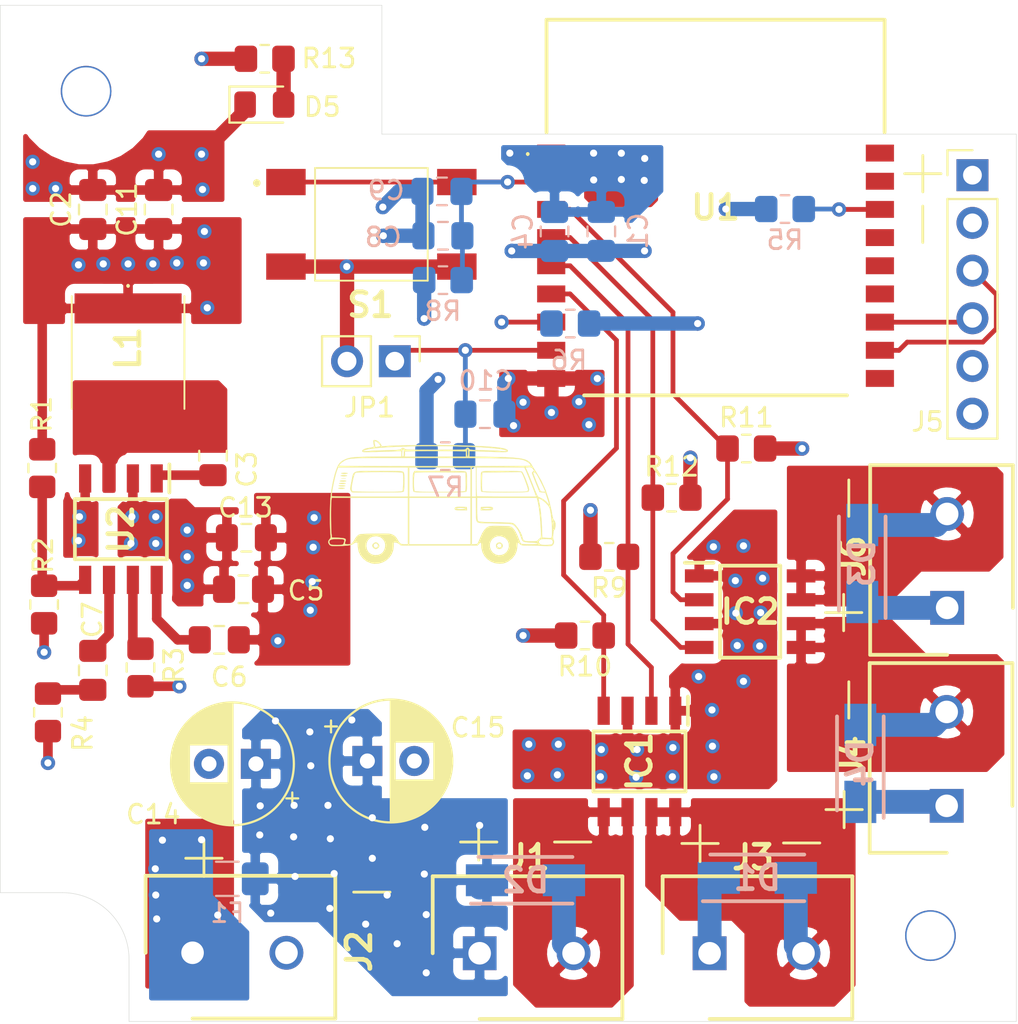
<source format=kicad_pcb>
(kicad_pcb (version 20171130) (host pcbnew "(5.1.8-0-10_14)")
  (layers (0 F.Cu signal) (1 In1.Cu power hide) (2 In2.Cu power hide) (31 B.Cu signal hide) (36 B.SilkS user hide) (37 F.SilkS user hide) (38 B.Mask user hide) (39 F.Mask user hide) (44 Edge.Cuts user))
  (net 0 "")
  (net 1 +3V3)
  (net 2 GND)
  (net 3 +12V)
  (net 4 "Net-(C7-Pad2)")
  (net 5 /ESP_EN)
  (net 6 /CTS_NC)
  (net 7 /RTS_NC)
  (net 8 /ESP_TXD)
  (net 9 /ESP_RXD)
  (net 10 /U2_SW)
  (net 11 /U2_BST)
  (net 12 /U2_SS)
  (net 13 /U2_COMP)
  (net 14 /U2_FB)
  (net 15 /U2_EN)
  (net 16 /PWM0_D)
  (net 17 /PWM1_D)
  (net 18 /PWM0)
  (net 19 /PWM1)
  (net 20 /GPIO2)
  (net 21 /GPIO9)
  (net 22 /PWM2_D)
  (net 23 /PWM3_D)
  (net 24 /PWM2)
  (net 25 /PWM3)
  (net 26 /GPIO8)
  (net 27 /GPIO10_NC)
  (net 28 /GPIO18_NC)
  (net 29 /GPIO19_NC)
  (net 30 /GPIO3_NC)
  (net 31 /GPIO1_NC)
  (net 32 /GPIO0_NC)
  (net 33 "Net-(F1-Pad1)")
  (net 34 "Net-(D5-Pad2)")
  (module SamacSys_Parts:ESP32C3WROOM02H4 (layer F.Cu) (at 231.787 96.9656)
    (fp_text reference U1 (at 9.5 -10) (layer F.SilkS) (effects (font (size 1.27 1.27) (thickness 0.254))))
    (fp_text value ESP32-C3-WROOM-02-H4 hide)
    (pad 1 smd rect (at 0.75 -12.9 90) (size 0.9 1.5) (layers F.Cu F.Paste F.Mask) (net 1 +3V3))
    (pad 2 smd rect (at 0.75 -11.4 90) (size 0.9 1.5) (layers F.Cu F.Paste F.Mask) (net 5 /ESP_EN))
    (pad 3 smd rect (at 0.75 -9.9 90) (size 0.9 1.5) (layers F.Cu F.Paste F.Mask) (net 25 /PWM3))
    (pad 4 smd rect (at 0.75 -8.4 90) (size 0.9 1.5) (layers F.Cu F.Paste F.Mask) (net 24 /PWM2))
    (pad 5 smd rect (at 0.75 -6.9 90) (size 0.9 1.5) (layers F.Cu F.Paste F.Mask) (net 19 /PWM1))
    (pad 6 smd rect (at 0.75 -5.4 90) (size 0.9 1.5) (layers F.Cu F.Paste F.Mask) (net 18 /PWM0))
    (pad 7 smd rect (at 0.75 -3.9 90) (size 0.9 1.5) (layers F.Cu F.Paste F.Mask) (net 26 /GPIO8))
    (pad 8 smd rect (at 0.75 -2.4 90) (size 0.9 1.5) (layers F.Cu F.Paste F.Mask) (net 21 /GPIO9))
    (pad 9 smd rect (at 0.75 -0.9 90) (size 0.9 1.5) (layers F.Cu F.Paste F.Mask) (net 2 GND))
    (pad 10 smd rect (at 18.25 -0.9 90) (size 0.9 1.5) (layers F.Cu F.Paste F.Mask) (net 27 /GPIO10_NC))
    (pad 11 smd rect (at 18.25 -2.4 90) (size 0.9 1.5) (layers F.Cu F.Paste F.Mask) (net 9 /ESP_RXD))
    (pad 12 smd rect (at 18.25 -3.9 90) (size 0.9 1.5) (layers F.Cu F.Paste F.Mask) (net 8 /ESP_TXD))
    (pad 13 smd rect (at 18.25 -5.4 90) (size 0.9 1.5) (layers F.Cu F.Paste F.Mask) (net 28 /GPIO18_NC))
    (pad 14 smd rect (at 18.25 -6.9 90) (size 0.9 1.5) (layers F.Cu F.Paste F.Mask) (net 29 /GPIO19_NC))
    (pad 15 smd rect (at 18.25 -8.4 90) (size 0.9 1.5) (layers F.Cu F.Paste F.Mask) (net 30 /GPIO3_NC))
    (pad 16 smd rect (at 18.25 -9.9 90) (size 0.9 1.5) (layers F.Cu F.Paste F.Mask) (net 20 /GPIO2))
    (pad 17 smd rect (at 18.25 -11.4 90) (size 0.9 1.5) (layers F.Cu F.Paste F.Mask) (net 31 /GPIO1_NC))
    (pad 18 smd rect (at 18.25 -12.9 90) (size 0.9 1.5) (layers F.Cu F.Paste F.Mask) (net 32 /GPIO0_NC))
  )
  (module MountingHole:MountingHole_2.7mm_M2.5 (layer F.Cu) (at 252.73 125.73 90)
    (fp_text reference H2 hide)
    (fp_text value MountingHole)
    (pad "" np_thru_hole circle (at 0 0 90) (size 2.7 2.7) (drill 2.54) (layers *.Cu *.Mask) (clearance 2.54))
  )
  (module Capacitor_SMD:C_0805_2012Metric_Pad1.18x1.45mm_HandSolder (layer F.Cu) (at 208.1276 87.0712 90)
    (fp_text reference C2 (at 0 -1.68 90) (layer F.SilkS))
    (fp_text value 22uF)
    (pad 2 smd roundrect (at 1.0375 0 90) (size 1.175 1.45) (layers F.Cu F.Paste F.Mask) (roundrect_rratio 0.2127659574468085) (net 2 GND))
    (pad 1 smd roundrect (at -1.0375 0 90) (size 1.175 1.45) (layers F.Cu F.Paste F.Mask) (roundrect_rratio 0.2127659574468085) (net 1 +3V3))
  )
  (module Capacitor_SMD:C_0805_2012Metric_Pad1.18x1.45mm_HandSolder (layer F.Cu) (at 214.5284 100.1776 90)
    (fp_text reference C3 (at -0.7278 1.8034 90) (layer F.SilkS))
    (fp_text value 10nF)
    (pad 1 smd roundrect (at -1.0375 0 90) (size 1.175 1.45) (layers F.Cu F.Paste F.Mask) (roundrect_rratio 0.2127659574468085) (net 11 /U2_BST))
    (pad 2 smd roundrect (at 1.0375 0 90) (size 1.175 1.45) (layers F.Cu F.Paste F.Mask) (roundrect_rratio 0.2127659574468085) (net 10 /U2_SW))
  )
  (module Capacitor_SMD:C_0805_2012Metric_Pad1.18x1.45mm_HandSolder (layer F.Cu) (at 216.154 107.2896)
    (fp_text reference C5 (at 3.3274 0.0762) (layer F.SilkS))
    (fp_text value 10uF)
    (pad 2 smd roundrect (at 1.0375 0) (size 1.175 1.45) (layers F.Cu F.Paste F.Mask) (roundrect_rratio 0.2127659574468085) (net 2 GND))
    (pad 1 smd roundrect (at -1.0375 0) (size 1.175 1.45) (layers F.Cu F.Paste F.Mask) (roundrect_rratio 0.2127659574468085) (net 3 +12V))
  )
  (module Capacitor_SMD:C_0805_2012Metric_Pad1.18x1.45mm_HandSolder (layer F.Cu) (at 214.8625 109.982)
    (fp_text reference C6 (at 0.5295 1.9812) (layer F.SilkS))
    (fp_text value 0.1uF)
    (pad 2 smd roundrect (at 1.0375 0) (size 1.175 1.45) (layers F.Cu F.Paste F.Mask) (roundrect_rratio 0.2127659574468085) (net 2 GND))
    (pad 1 smd roundrect (at -1.0375 0) (size 1.175 1.45) (layers F.Cu F.Paste F.Mask) (roundrect_rratio 0.2127659574468085) (net 12 /U2_SS))
  )
  (module Capacitor_SMD:C_0805_2012Metric_Pad1.18x1.45mm_HandSolder (layer F.Cu) (at 208.1276 111.6076 270)
    (fp_text reference C7 (at -2.6924 0.0254 270) (layer F.SilkS))
    (fp_text value 6.8nF)
    (pad 1 smd roundrect (at -1.0375 0 270) (size 1.175 1.45) (layers F.Cu F.Paste F.Mask) (roundrect_rratio 0.2127659574468085) (net 13 /U2_COMP))
    (pad 2 smd roundrect (at 1.0375 0 270) (size 1.175 1.45) (layers F.Cu F.Paste F.Mask) (roundrect_rratio 0.2127659574468085) (net 4 "Net-(C7-Pad2)"))
  )
  (module SamacSys_Parts:SHDR2W70P0X500_1X2_1000X750X1160P (layer F.Cu) (at 213.44 126.6444)
    (fp_text reference J2 (at 8.8646 -0.0762 270) (layer F.SilkS) (effects (font (size 1.27 1.27) (thickness 0.254))))
    (fp_text value 691137710002 hide)
    (pad 2 thru_hole circle (at 5 0) (size 1.8 1.8) (drill 1.2) (layers *.Cu *.Mask) (net 2 GND))
    (pad 1 thru_hole rect (at 0 0) (size 1.8 1.8) (drill 1.2) (layers *.Cu *.Mask) (net 33 "Net-(F1-Pad1)"))
  )
  (module Connector_PinHeader_2.54mm:PinHeader_1x06_P2.54mm_Vertical (layer F.Cu) (at 254.9652 85.2424)
    (fp_text reference J5 (at -2.3876 13.1318) (layer F.SilkS))
    (fp_text value Conn_01x06_Female)
    (pad 6 thru_hole oval (at 0 12.7) (size 1.7 1.7) (drill 1) (layers *.Cu *.Mask) (net 6 /CTS_NC))
    (pad 5 thru_hole oval (at 0 10.16) (size 1.7 1.7) (drill 1) (layers *.Cu *.Mask) (net 7 /RTS_NC))
    (pad 4 thru_hole oval (at 0 7.62) (size 1.7 1.7) (drill 1) (layers *.Cu *.Mask) (net 8 /ESP_TXD))
    (pad 3 thru_hole oval (at 0 5.08) (size 1.7 1.7) (drill 1) (layers *.Cu *.Mask) (net 9 /ESP_RXD))
    (pad 2 thru_hole oval (at 0 2.54) (size 1.7 1.7) (drill 1) (layers *.Cu *.Mask) (net 2 GND))
    (pad 1 thru_hole rect (at 0 0) (size 1.7 1.7) (drill 1) (layers *.Cu *.Mask) (net 1 +3V3))
  )
  (module SamacSys_Parts:NRS6045T101MMGKV (layer F.Cu) (at 210.0072 94.3864 270)
    (fp_text reference L1 (at 0.075 0 90) (layer F.SilkS) (effects (font (size 1.27 1.27) (thickness 0.254))))
    (fp_text value NRS6045T100MMGK hide)
    (pad 1 smd rect (at -2.05 0) (size 5.7 1.6) (layers F.Cu F.Paste F.Mask) (net 1 +3V3))
    (pad 2 smd rect (at 2.65 0) (size 5.7 1.6) (layers F.Cu F.Paste F.Mask) (net 10 /U2_SW))
  )
  (module Resistor_SMD:R_0805_2012Metric_Pad1.20x1.40mm_HandSolder (layer F.Cu) (at 205.4352 100.838 270)
    (fp_text reference R1 (at -2.8702 0.0254 90) (layer F.SilkS))
    (fp_text value 26.1k)
    (pad 2 smd roundrect (at 1 0 270) (size 1.2 1.4) (layers F.Cu F.Paste F.Mask) (roundrect_rratio 0.2083325) (net 14 /U2_FB))
    (pad 1 smd roundrect (at -1 0 270) (size 1.2 1.4) (layers F.Cu F.Paste F.Mask) (roundrect_rratio 0.2083325) (net 1 +3V3))
  )
  (module Resistor_SMD:R_0805_2012Metric_Pad1.20x1.40mm_HandSolder (layer F.Cu) (at 205.5368 108.1024 270)
    (fp_text reference R2 (at -2.6162 0.0508 90) (layer F.SilkS))
    (fp_text value 10k)
    (pad 2 smd roundrect (at 1 0 270) (size 1.2 1.4) (layers F.Cu F.Paste F.Mask) (roundrect_rratio 0.2083325) (net 2 GND))
    (pad 1 smd roundrect (at -1 0 270) (size 1.2 1.4) (layers F.Cu F.Paste F.Mask) (roundrect_rratio 0.2083325) (net 14 /U2_FB))
  )
  (module Resistor_SMD:R_0805_2012Metric_Pad1.20x1.40mm_HandSolder (layer F.Cu) (at 210.6676 111.4552 90)
    (fp_text reference R3 (at 0.111 1.778 90) (layer F.SilkS))
    (fp_text value 10k)
    (pad 1 smd roundrect (at -1 0 90) (size 1.2 1.4) (layers F.Cu F.Paste F.Mask) (roundrect_rratio 0.2083325) (net 3 +12V))
    (pad 2 smd roundrect (at 1 0 90) (size 1.2 1.4) (layers F.Cu F.Paste F.Mask) (roundrect_rratio 0.2083325) (net 15 /U2_EN))
  )
  (module Resistor_SMD:R_0805_2012Metric_Pad1.20x1.40mm_HandSolder (layer F.Cu) (at 205.74 113.8428 270)
    (fp_text reference R4 (at 1.1176 -1.8542 90) (layer F.SilkS))
    (fp_text value 6.8k)
    (pad 2 smd roundrect (at 1 0 270) (size 1.2 1.4) (layers F.Cu F.Paste F.Mask) (roundrect_rratio 0.2083325) (net 2 GND))
    (pad 1 smd roundrect (at -1 0 270) (size 1.2 1.4) (layers F.Cu F.Paste F.Mask) (roundrect_rratio 0.2083325) (net 4 "Net-(C7-Pad2)"))
  )
  (module SamacSys_Parts:LL3301NF065QG (layer F.Cu) (at 222.9612 87.8586)
    (fp_text reference S1 (at -0.0508 4.2926) (layer F.SilkS) (effects (font (size 1.27 1.27) (thickness 0.254))))
    (fp_text value LL3301NF065QG hide)
    (pad 4 smd rect (at 4.55 2.25 90) (size 1.4 2.1) (layers F.Cu F.Paste F.Mask) (net 2 GND))
    (pad 3 smd rect (at -4.55 2.25 90) (size 1.4 2.1) (layers F.Cu F.Paste F.Mask) (net 2 GND))
    (pad 2 smd rect (at 4.55 -2.25 90) (size 1.4 2.1) (layers F.Cu F.Paste F.Mask) (net 5 /ESP_EN))
    (pad 1 smd rect (at -4.55 -2.25 90) (size 1.4 2.1) (layers F.Cu F.Paste F.Mask) (net 5 /ESP_EN))
  )
  (module SamacSys_Parts:SOIC127P600X150-8N (layer F.Cu) (at 209.6262 104.0892 270)
    (fp_text reference U2 (at 0 0 90) (layer F.SilkS) (effects (font (size 1.27 1.27) (thickness 0.254))))
    (fp_text value AP6502SP-13 hide)
    (pad 1 smd rect (at -2.7 -1.905) (size 0.65 1.5) (layers F.Cu F.Paste F.Mask) (net 11 /U2_BST))
    (pad 2 smd rect (at -2.7 -0.635) (size 0.65 1.5) (layers F.Cu F.Paste F.Mask) (net 3 +12V))
    (pad 3 smd rect (at -2.7 0.635) (size 0.65 1.5) (layers F.Cu F.Paste F.Mask) (net 10 /U2_SW))
    (pad 4 smd rect (at -2.7 1.905) (size 0.65 1.5) (layers F.Cu F.Paste F.Mask) (net 2 GND))
    (pad 5 smd rect (at 2.7 1.905) (size 0.65 1.5) (layers F.Cu F.Paste F.Mask) (net 14 /U2_FB))
    (pad 6 smd rect (at 2.7 0.635) (size 0.65 1.5) (layers F.Cu F.Paste F.Mask) (net 13 /U2_COMP))
    (pad 7 smd rect (at 2.7 -0.635) (size 0.65 1.5) (layers F.Cu F.Paste F.Mask) (net 15 /U2_EN))
    (pad 8 smd rect (at 2.7 -1.905) (size 0.65 1.5) (layers F.Cu F.Paste F.Mask) (net 12 /U2_SS))
  )
  (module Capacitor_SMD:C_0805_2012Metric_Pad1.18x1.45mm_HandSolder (layer F.Cu) (at 211.6328 87.0712 90)
    (fp_text reference C11 (at 0 -1.68 90) (layer F.SilkS))
    (fp_text value 22uF)
    (pad 2 smd roundrect (at 1.0375 0 90) (size 1.175 1.45) (layers F.Cu F.Paste F.Mask) (roundrect_rratio 0.2127659574468085) (net 2 GND))
    (pad 1 smd roundrect (at -1.0375 0 90) (size 1.175 1.45) (layers F.Cu F.Paste F.Mask) (roundrect_rratio 0.2127659574468085) (net 1 +3V3))
  )
  (module Capacitor_SMD:C_0805_2012Metric_Pad1.18x1.45mm_HandSolder (layer F.Cu) (at 216.3064 104.5464)
    (fp_text reference C13 (at -0.0508 -1.6002) (layer F.SilkS))
    (fp_text value 10uF)
    (pad 1 smd roundrect (at -1.0375 0) (size 1.175 1.45) (layers F.Cu F.Paste F.Mask) (roundrect_rratio 0.2127659574468085) (net 3 +12V))
    (pad 2 smd roundrect (at 1.0375 0) (size 1.175 1.45) (layers F.Cu F.Paste F.Mask) (roundrect_rratio 0.2127659574468085) (net 2 GND))
  )
  (module Capacitor_THT:CP_Radial_D6.3mm_P2.50mm (layer F.Cu) (at 216.8144 116.586 180)
    (fp_text reference C14 (at 5.461 -2.6924) (layer F.SilkS))
    (fp_text value 100uF)
    (pad 2 thru_hole circle (at 2.5 0 180) (size 1.6 1.6) (drill 0.8) (layers *.Cu *.Mask) (net 2 GND))
    (pad 1 thru_hole rect (at 0 0 180) (size 1.6 1.6) (drill 0.8) (layers *.Cu *.Mask) (net 3 +12V))
  )
  (module Capacitor_THT:CP_Radial_D6.3mm_P2.50mm (layer F.Cu) (at 222.7472 116.4336)
    (fp_text reference C15 (at 5.8928 -1.778) (layer F.SilkS))
    (fp_text value 100uF)
    (pad 1 thru_hole rect (at 0 0) (size 1.6 1.6) (drill 0.8) (layers *.Cu *.Mask) (net 3 +12V))
    (pad 2 thru_hole circle (at 2.5 0) (size 1.6 1.6) (drill 0.8) (layers *.Cu *.Mask) (net 2 GND))
  )
  (module MountingHole:MountingHole_2.7mm_M2.5 (layer F.Cu) (at 207.772 80.772)
    (fp_text reference H1 hide)
    (fp_text value MountingHole)
    (pad "" np_thru_hole circle (at 0 0) (size 2.7 2.7) (drill 2.54) (layers *.Cu *.Mask) (clearance 2.54))
  )
  (module SamacSys_Parts:DIOM5025X231N (layer B.Cu) (at 243.5098 122.6566)
    (fp_text reference D1 (at 0 0) (layer B.SilkS) (effects (font (size 1.27 1.27) (thickness 0.254)) (justify mirror)))
    (fp_text value FM4004W-W hide)
    (pad 2 smd rect (at 2.05 0 270) (size 1.7 2.25) (layers B.Cu B.Paste B.Mask) (net 17 /PWM1_D))
    (pad 1 smd rect (at -2.05 0 270) (size 1.7 2.25) (layers B.Cu B.Paste B.Mask) (net 3 +12V))
  )
  (module SamacSys_Parts:DIOM5025X231N (layer B.Cu) (at 231.1654 122.7836)
    (fp_text reference D2 (at 0 0) (layer B.SilkS) (effects (font (size 1.27 1.27) (thickness 0.254)) (justify mirror)))
    (fp_text value FM4004W-W hide)
    (pad 1 smd rect (at -2.05 0 270) (size 1.7 2.25) (layers B.Cu B.Paste B.Mask) (net 3 +12V))
    (pad 2 smd rect (at 2.05 0 270) (size 1.7 2.25) (layers B.Cu B.Paste B.Mask) (net 16 /PWM0_D))
  )
  (module SamacSys_Parts:SOIC127P600X175-8N (layer F.Cu) (at 237.236 116.459 270)
    (fp_text reference IC1 (at 0 0 90) (layer F.SilkS) (effects (font (size 1.27 1.27) (thickness 0.254))))
    (fp_text value DMN2029USD-13 hide)
    (pad 1 smd rect (at -2.7 -1.905) (size 0.65 1.5) (layers F.Cu F.Paste F.Mask) (net 2 GND))
    (pad 2 smd rect (at -2.7 -0.635) (size 0.65 1.5) (layers F.Cu F.Paste F.Mask) (net 19 /PWM1))
    (pad 3 smd rect (at -2.7 0.635) (size 0.65 1.5) (layers F.Cu F.Paste F.Mask) (net 2 GND))
    (pad 4 smd rect (at -2.7 1.905) (size 0.65 1.5) (layers F.Cu F.Paste F.Mask) (net 18 /PWM0))
    (pad 5 smd rect (at 2.7 1.905) (size 0.65 1.5) (layers F.Cu F.Paste F.Mask) (net 16 /PWM0_D))
    (pad 6 smd rect (at 2.7 0.635) (size 0.65 1.5) (layers F.Cu F.Paste F.Mask) (net 16 /PWM0_D))
    (pad 7 smd rect (at 2.7 -0.635) (size 0.65 1.5) (layers F.Cu F.Paste F.Mask) (net 17 /PWM1_D))
    (pad 8 smd rect (at 2.7 -1.905) (size 0.65 1.5) (layers F.Cu F.Paste F.Mask) (net 17 /PWM1_D))
  )
  (module SamacSys_Parts:SHDR2W70P0X500_1X2_1000X750X1160P (layer F.Cu) (at 240.9698 126.6698)
    (fp_text reference J3 (at 2.3114 -5.1054) (layer F.SilkS) (effects (font (size 1.27 1.27) (thickness 0.254))))
    (fp_text value 691137710002 hide)
    (pad 2 thru_hole circle (at 5 0) (size 1.8 1.8) (drill 1.2) (layers *.Cu *.Mask) (net 17 /PWM1_D))
    (pad 1 thru_hole rect (at 0 0) (size 1.8 1.8) (drill 1.2) (layers *.Cu *.Mask) (net 3 +12V))
  )
  (module SamacSys_Parts:SHDR2W70P0X500_1X2_1000X750X1160P (layer F.Cu) (at 228.727 126.6698)
    (fp_text reference J1 (at 2.6162 -5.1054) (layer F.SilkS) (effects (font (size 1.27 1.27) (thickness 0.254))))
    (fp_text value 691137710002 hide)
    (pad 1 thru_hole rect (at 0 0) (size 1.8 1.8) (drill 1.2) (layers *.Cu *.Mask) (net 3 +12V))
    (pad 2 thru_hole circle (at 5 0) (size 1.8 1.8) (drill 1.2) (layers *.Cu *.Mask) (net 16 /PWM0_D))
  )
  (module Resistor_SMD:R_0805_2012Metric_Pad1.20x1.40mm_HandSolder (layer F.Cu) (at 235.6264 105.5624 180)
    (fp_text reference R9 (at 0 -1.65) (layer F.SilkS))
    (fp_text value 10k)
    (pad 2 smd roundrect (at 1 0 180) (size 1.2 1.4) (layers F.Cu F.Paste F.Mask) (roundrect_rratio 0.2083325) (net 2 GND))
    (pad 1 smd roundrect (at -1 0 180) (size 1.2 1.4) (layers F.Cu F.Paste F.Mask) (roundrect_rratio 0.2083325) (net 19 /PWM1))
  )
  (module Resistor_SMD:R_0805_2012Metric_Pad1.20x1.40mm_HandSolder (layer F.Cu) (at 234.331 109.7534 180)
    (fp_text reference R10 (at 0 -1.65) (layer F.SilkS))
    (fp_text value 10k)
    (pad 1 smd roundrect (at -1 0 180) (size 1.2 1.4) (layers F.Cu F.Paste F.Mask) (roundrect_rratio 0.2083325) (net 18 /PWM0))
    (pad 2 smd roundrect (at 1 0 180) (size 1.2 1.4) (layers F.Cu F.Paste F.Mask) (roundrect_rratio 0.2083325) (net 2 GND))
  )
  (module SamacSys_Parts:DIOM5025X231N (layer B.Cu) (at 249.0978 105.918 90)
    (fp_text reference D3 (at 0 0 270) (layer B.SilkS) (effects (font (size 1.27 1.27) (thickness 0.254)) (justify mirror)))
    (fp_text value FM4004W-W hide)
    (pad 2 smd rect (at 2.05 0) (size 1.7 2.25) (layers B.Cu B.Paste B.Mask) (net 23 /PWM3_D))
    (pad 1 smd rect (at -2.05 0) (size 1.7 2.25) (layers B.Cu B.Paste B.Mask) (net 3 +12V))
  )
  (module SamacSys_Parts:DIOM5025X231N (layer B.Cu) (at 248.9962 116.5606 90)
    (fp_text reference D4 (at 0 0 270) (layer B.SilkS) (effects (font (size 1.27 1.27) (thickness 0.254)) (justify mirror)))
    (fp_text value FM4004W-W hide)
    (pad 1 smd rect (at -2.05 0) (size 1.7 2.25) (layers B.Cu B.Paste B.Mask) (net 3 +12V))
    (pad 2 smd rect (at 2.05 0) (size 1.7 2.25) (layers B.Cu B.Paste B.Mask) (net 22 /PWM2_D))
  )
  (module SamacSys_Parts:SOIC127P600X175-8N (layer F.Cu) (at 243.1288 108.4834)
    (fp_text reference IC2 (at 0 0) (layer F.SilkS) (effects (font (size 1.27 1.27) (thickness 0.254))))
    (fp_text value DMN2029USD-13 hide)
    (pad 1 smd rect (at -2.712 -1.905 90) (size 0.7 1.525) (layers F.Cu F.Paste F.Mask) (net 2 GND))
    (pad 2 smd rect (at -2.712 -0.635 90) (size 0.7 1.525) (layers F.Cu F.Paste F.Mask) (net 25 /PWM3))
    (pad 3 smd rect (at -2.712 0.635 90) (size 0.7 1.525) (layers F.Cu F.Paste F.Mask) (net 2 GND))
    (pad 4 smd rect (at -2.712 1.905 90) (size 0.7 1.525) (layers F.Cu F.Paste F.Mask) (net 24 /PWM2))
    (pad 5 smd rect (at 2.712 1.905 90) (size 0.7 1.525) (layers F.Cu F.Paste F.Mask) (net 22 /PWM2_D))
    (pad 6 smd rect (at 2.712 0.635 90) (size 0.7 1.525) (layers F.Cu F.Paste F.Mask) (net 22 /PWM2_D))
    (pad 7 smd rect (at 2.712 -0.635 90) (size 0.7 1.525) (layers F.Cu F.Paste F.Mask) (net 23 /PWM3_D))
    (pad 8 smd rect (at 2.712 -1.905 90) (size 0.7 1.525) (layers F.Cu F.Paste F.Mask) (net 23 /PWM3_D))
  )
  (module SamacSys_Parts:SHDR2W70P0X500_1X2_1000X750X1160P (layer F.Cu) (at 253.619 108.2802 90)
    (fp_text reference J6 (at 2.7432 -5.0292 90) (layer F.SilkS) (effects (font (size 1.27 1.27) (thickness 0.254))))
    (fp_text value 691137710002 hide)
    (pad 2 thru_hole circle (at 5 0 90) (size 1.8 1.8) (drill 1.2) (layers *.Cu *.Mask) (net 23 /PWM3_D))
    (pad 1 thru_hole rect (at 0 0 90) (size 1.8 1.8) (drill 1.2) (layers *.Cu *.Mask) (net 3 +12V))
  )
  (module SamacSys_Parts:SHDR2W70P0X500_1X2_1000X750X1160P (layer F.Cu) (at 253.5936 118.8212 90)
    (fp_text reference J4 (at 2.6416 -5.0292 90) (layer F.SilkS) (effects (font (size 1.27 1.27) (thickness 0.254))))
    (fp_text value 691137710002 hide)
    (pad 1 thru_hole rect (at 0 0 90) (size 1.8 1.8) (drill 1.2) (layers *.Cu *.Mask) (net 3 +12V))
    (pad 2 thru_hole circle (at 5 0 90) (size 1.8 1.8) (drill 1.2) (layers *.Cu *.Mask) (net 22 /PWM2_D))
  )
  (module Connector_PinHeader_2.54mm:PinHeader_1x02_P2.54mm_Vertical (layer F.Cu) (at 224.2058 95.1484 270)
    (fp_text reference JP1 (at 2.4638 1.3462 180) (layer F.SilkS))
    (fp_text value Jumper_2_Open)
    (pad 1 thru_hole rect (at 0 0 270) (size 1.7 1.7) (drill 1) (layers *.Cu *.Mask) (net 21 /GPIO9))
    (pad 2 thru_hole oval (at 0 2.54 270) (size 1.7 1.7) (drill 1) (layers *.Cu *.Mask) (net 2 GND))
  )
  (module Resistor_SMD:R_0805_2012Metric_Pad1.20x1.40mm_HandSolder (layer F.Cu) (at 242.9256 99.7966)
    (fp_text reference R11 (at 0 -1.65) (layer F.SilkS))
    (fp_text value 10k)
    (pad 2 smd roundrect (at 1 0) (size 1.2 1.4) (layers F.Cu F.Paste F.Mask) (roundrect_rratio 0.2083325) (net 2 GND))
    (pad 1 smd roundrect (at -1 0) (size 1.2 1.4) (layers F.Cu F.Paste F.Mask) (roundrect_rratio 0.2083325) (net 25 /PWM3))
  )
  (module Resistor_SMD:R_0805_2012Metric_Pad1.20x1.40mm_HandSolder (layer F.Cu) (at 238.9472 102.4128)
    (fp_text reference R12 (at 0 -1.65) (layer F.SilkS))
    (fp_text value 10k)
    (pad 1 smd roundrect (at -1 0) (size 1.2 1.4) (layers F.Cu F.Paste F.Mask) (roundrect_rratio 0.2083325) (net 24 /PWM2))
    (pad 2 smd roundrect (at 1 0) (size 1.2 1.4) (layers F.Cu F.Paste F.Mask) (roundrect_rratio 0.2083325) (net 2 GND))
  )
  (module Capacitor_SMD:C_0805_2012Metric_Pad1.18x1.45mm_HandSolder (layer B.Cu) (at 235.204 88.2357 270)
    (fp_text reference C1 (at -0.0215 -1.9558 90) (layer B.SilkS) (effects (justify mirror)))
    (fp_text value .1uF)
    (pad 2 smd roundrect (at 1.0375 0 270) (size 1.175 1.45) (layers B.Cu B.Paste B.Mask) (roundrect_rratio 0.2127659574468085) (net 2 GND))
    (pad 1 smd roundrect (at -1.0375 0 270) (size 1.175 1.45) (layers B.Cu B.Paste B.Mask) (roundrect_rratio 0.2127659574468085) (net 1 +3V3))
  )
  (module Capacitor_SMD:C_0805_2012Metric_Pad1.18x1.45mm_HandSolder (layer B.Cu) (at 232.7148 88.2396 270)
    (fp_text reference C4 (at 0 1.68 90) (layer B.SilkS) (effects (justify mirror)))
    (fp_text value 22uF)
    (pad 1 smd roundrect (at -1.0375 0 270) (size 1.175 1.45) (layers B.Cu B.Paste B.Mask) (roundrect_rratio 0.2127659574468085) (net 1 +3V3))
    (pad 2 smd roundrect (at 1.0375 0 270) (size 1.175 1.45) (layers B.Cu B.Paste B.Mask) (roundrect_rratio 0.2127659574468085) (net 2 GND))
  )
  (module Capacitor_SMD:C_0805_2012Metric_Pad1.18x1.45mm_HandSolder (layer B.Cu) (at 226.7712 88.4682 180)
    (fp_text reference C8 (at 3.175 -0.0762) (layer B.SilkS) (effects (justify mirror)))
    (fp_text value 1uF)
    (pad 1 smd roundrect (at -1.0375 0 180) (size 1.175 1.45) (layers B.Cu B.Paste B.Mask) (roundrect_rratio 0.2127659574468085) (net 5 /ESP_EN))
    (pad 2 smd roundrect (at 1.0375 0 180) (size 1.175 1.45) (layers B.Cu B.Paste B.Mask) (roundrect_rratio 0.2127659574468085) (net 2 GND))
  )
  (module Capacitor_SMD:C_0805_2012Metric_Pad1.18x1.45mm_HandSolder (layer B.Cu) (at 226.7204 86.106 180)
    (fp_text reference C9 (at 2.9718 0.0508) (layer B.SilkS) (effects (justify mirror)))
    (fp_text value 0.1uF)
    (pad 2 smd roundrect (at 1.0375 0 180) (size 1.175 1.45) (layers B.Cu B.Paste B.Mask) (roundrect_rratio 0.2127659574468085) (net 2 GND))
    (pad 1 smd roundrect (at -1.0375 0 180) (size 1.175 1.45) (layers B.Cu B.Paste B.Mask) (roundrect_rratio 0.2127659574468085) (net 5 /ESP_EN))
  )
  (module Capacitor_SMD:C_0805_2012Metric_Pad1.18x1.45mm_HandSolder (layer B.Cu) (at 229.0064 97.9678)
    (fp_text reference C10 (at 0.0508 -1.778) (layer B.SilkS) (effects (justify mirror)))
    (fp_text value 0.1uF)
    (pad 1 smd roundrect (at -1.0375 0) (size 1.175 1.45) (layers B.Cu B.Paste B.Mask) (roundrect_rratio 0.2127659574468085) (net 21 /GPIO9))
    (pad 2 smd roundrect (at 1.0375 0) (size 1.175 1.45) (layers B.Cu B.Paste B.Mask) (roundrect_rratio 0.2127659574468085) (net 2 GND))
  )
  (module Resistor_SMD:R_0805_2012Metric_Pad1.20x1.40mm_HandSolder (layer B.Cu) (at 244.983 87.0458)
    (fp_text reference R5 (at 0 1.65) (layer B.SilkS) (effects (justify mirror)))
    (fp_text value 10k)
    (pad 1 smd roundrect (at -1 0) (size 1.2 1.4) (layers B.Cu B.Paste B.Mask) (roundrect_rratio 0.2083325) (net 1 +3V3))
    (pad 2 smd roundrect (at 1 0) (size 1.2 1.4) (layers B.Cu B.Paste B.Mask) (roundrect_rratio 0.2083325) (net 20 /GPIO2))
  )
  (module Resistor_SMD:R_0805_2012Metric_Pad1.20x1.40mm_HandSolder (layer B.Cu) (at 233.553 93.1418 180)
    (fp_text reference R6 (at 0.0762 -1.9558) (layer B.SilkS) (effects (justify mirror)))
    (fp_text value 10k)
    (pad 2 smd roundrect (at 1 0 180) (size 1.2 1.4) (layers B.Cu B.Paste B.Mask) (roundrect_rratio 0.2083325) (net 26 /GPIO8))
    (pad 1 smd roundrect (at -1 0 180) (size 1.2 1.4) (layers B.Cu B.Paste B.Mask) (roundrect_rratio 0.2083325) (net 1 +3V3))
  )
  (module Resistor_SMD:R_0805_2012Metric_Pad1.20x1.40mm_HandSolder (layer B.Cu) (at 226.8982 100.203)
    (fp_text reference R7 (at 0 1.65) (layer B.SilkS) (effects (justify mirror)))
    (fp_text value 10k)
    (pad 1 smd roundrect (at -1 0) (size 1.2 1.4) (layers B.Cu B.Paste B.Mask) (roundrect_rratio 0.2083325) (net 1 +3V3))
    (pad 2 smd roundrect (at 1 0) (size 1.2 1.4) (layers B.Cu B.Paste B.Mask) (roundrect_rratio 0.2083325) (net 21 /GPIO9))
  )
  (module Resistor_SMD:R_0805_2012Metric_Pad1.20x1.40mm_HandSolder (layer B.Cu) (at 226.7712 90.8304)
    (fp_text reference R8 (at 0 1.65) (layer B.SilkS) (effects (justify mirror)))
    (fp_text value 10k)
    (pad 2 smd roundrect (at 1 0) (size 1.2 1.4) (layers B.Cu B.Paste B.Mask) (roundrect_rratio 0.2083325) (net 5 /ESP_EN))
    (pad 1 smd roundrect (at -1 0) (size 1.2 1.4) (layers B.Cu B.Paste B.Mask) (roundrect_rratio 0.2083325) (net 1 +3V3))
  )
  (module Fuse:Fuse_1206_3216Metric_Pad1.42x1.75mm_HandSolder (layer B.Cu) (at 215.2904 122.7074)
    (fp_text reference F1 (at 0 1.82) (layer B.SilkS) (effects (justify mirror)))
    (fp_text value 5A)
    (pad 1 smd roundrect (at -1.4875 0) (size 1.425 1.75) (layers B.Cu B.Paste B.Mask) (roundrect_rratio 0.1754385964912281) (net 33 "Net-(F1-Pad1)"))
    (pad 2 smd roundrect (at 1.4875 0) (size 1.425 1.75) (layers B.Cu B.Paste B.Mask) (roundrect_rratio 0.1754385964912281) (net 3 +12V))
  )
  (module SamacSys_Parts:van_pic (layer F.Cu) (at 226.7204 102.6414)
    (fp_text reference G1 hide)
    (fp_text value Van_Graphic hide)
  )
  (module LED_SMD:LED_0805_2012Metric_Pad1.15x1.40mm_HandSolder (layer F.Cu) (at 217.2626 81.4832)
    (fp_text reference D5 (at 3.0824 0.127) (layer F.SilkS))
    (fp_text value LED)
    (pad 1 smd roundrect (at -1.025 0) (size 1.15 1.4) (layers F.Cu F.Paste F.Mask) (roundrect_rratio 0.2173904347826087) (net 2 GND))
    (pad 2 smd roundrect (at 1.025 0) (size 1.15 1.4) (layers F.Cu F.Paste F.Mask) (roundrect_rratio 0.2173904347826087) (net 34 "Net-(D5-Pad2)"))
  )
  (module Resistor_SMD:R_0805_2012Metric_Pad1.20x1.40mm_HandSolder (layer F.Cu) (at 217.281 79.0448)
    (fp_text reference R13 (at 3.4196 -0.0254) (layer F.SilkS))
    (fp_text value 66.5)
    (pad 1 smd roundrect (at -1 0) (size 1.2 1.4) (layers F.Cu F.Paste F.Mask) (roundrect_rratio 0.2083325) (net 1 +3V3))
    (pad 2 smd roundrect (at 1 0) (size 1.2 1.4) (layers F.Cu F.Paste F.Mask) (roundrect_rratio 0.2083325) (net 34 "Net-(D5-Pad2)"))
  )
  (gr_text - (at 252.1204 87.8586 90) (layer F.SilkS) (effects (font (size 2.54 2.54))))
  (gr_text + (at 252.3236 84.963) (layer F.SilkS) (effects (font (size 2.54 2.54))))
  (gr_text - (at 248.1834 102.4382 90) (layer F.SilkS) (effects (font (size 2.54 2.54))))
  (gr_text - (at 248.1834 113.1824 90) (layer F.SilkS) (effects (font (size 2.54 2.54))))
  (gr_text + (at 248.1072 108.331) (layer F.SilkS) (effects (font (size 2.54 2.54))))
  (gr_text + (at 248.1326 118.8212) (layer F.SilkS) (effects (font (size 2.54 2.54))))
  (gr_text + (at 214.0458 121.412) (layer F.SilkS) (effects (font (size 2.54 2.54))))
  (gr_text - (at 222.9866 123.2154) (layer F.SilkS) (effects (font (size 2.54 2.54))))
  (gr_text - (at 245.872 120.5992) (layer F.SilkS) (effects (font (size 2.54 2.54))))
  (gr_text + (at 240.4618 120.6246) (layer F.SilkS) (effects (font (size 2.54 2.54))))
  (gr_text - (at 233.68 120.5484) (layer F.SilkS) (effects (font (size 2.54 2.54))))
  (gr_text + (at 228.6762 120.5484) (layer F.SilkS) (effects (font (size 2.54 2.54))))
  (gr_line (start 223.52 83.058) (end 257.302 83.058) (layer Edge.Cuts) (width 0.0254))
  (gr_line (start 223.52 83.058) (end 223.52 76.2) (layer Edge.Cuts) (width 0.0254))
  (gr_line (start 206.502 123.444) (end 203.2 123.444) (layer Edge.Cuts) (width 0.0254))
  (gr_line (start 210.058 127) (end 210.058 130.302) (layer Edge.Cuts) (width 0.0254))
  (gr_arc (start 206.502 127) (end 206.502 123.444) (angle 90) (layer Edge.Cuts) (width 0.0254))
  (gr_line (start 203.2 123.444) (end 203.2 76.2) (layer Edge.Cuts) (width 0.0254))
  (gr_line (start 210.058 130.302) (end 257.302 130.302) (layer Edge.Cuts) (width 0.0254))
  (gr_line (start 257.302 83.058) (end 257.302 130.302) (layer Edge.Cuts) (width 0.0254))
  (gr_line (start 203.2 76.2) (end 223.52 76.2) (layer Edge.Cuts) (width 0.0254))
  (segment (start 205.4352 99.838) (end 205.4352 92.71) (width 0.508) (layer F.Cu) (net 1))
  (via (at 210.0072 89.9668) (size 0.762) (drill 0.381) (layers F.Cu B.Cu) (net 1))
  (via (at 211.328 89.9668) (size 0.762) (drill 0.381) (layers F.Cu B.Cu) (net 1))
  (via (at 212.598 89.916) (size 0.762) (drill 0.381) (layers F.Cu B.Cu) (net 1))
  (via (at 208.6864 89.9668) (size 0.762) (drill 0.381) (layers F.Cu B.Cu) (net 1))
  (via (at 207.3656 90.0176) (size 0.762) (drill 0.381) (layers F.Cu B.Cu) (net 1))
  (via (at 214.0204 89.916) (size 0.762) (drill 0.381) (layers F.Cu B.Cu) (net 1))
  (via (at 214.0712 88.2396) (size 0.762) (drill 0.381) (layers F.Cu B.Cu) (net 1))
  (via (at 214.2236 92.3036) (size 0.762) (drill 0.381) (layers F.Cu B.Cu) (net 1))
  (segment (start 232.55 84.0696) (end 234.7932 84.0696) (width 0.762) (layer F.Cu) (net 1))
  (segment (start 232.55 84.0696) (end 230.3316 84.0696) (width 0.762) (layer F.Cu) (net 1))
  (segment (start 230.3316 84.0696) (end 230.3316 84.0696) (width 0.762) (layer F.Cu) (net 1))
  (segment (start 234.7932 84.0696) (end 234.7932 84.0696) (width 0.762) (layer F.Cu) (net 1))
  (segment (start 230.3316 84.0696) (end 230.3316 84.0696) (width 0.762) (layer F.Cu) (net 1))
  (via (at 230.3316 84.0696) (size 0.762) (drill 0.381) (layers F.Cu B.Cu) (net 1))
  (segment (start 234.7932 84.0696) (end 234.7932 84.0696) (width 0.762) (layer F.Cu) (net 1))
  (via (at 234.7932 84.0696) (size 0.762) (drill 0.381) (layers F.Cu B.Cu) (net 1))
  (via (at 234.7976 85.4964) (size 0.762) (drill 0.381) (layers F.Cu B.Cu) (net 1))
  (via (at 236.2708 84.074) (size 0.762) (drill 0.381) (layers F.Cu B.Cu) (net 1))
  (via (at 236.2708 85.471) (size 0.762) (drill 0.381) (layers F.Cu B.Cu) (net 1))
  (via (at 237.5154 84.3534) (size 0.762) (drill 0.381) (layers F.Cu B.Cu) (net 1))
  (via (at 237.49 85.5218) (size 0.762) (drill 0.381) (layers F.Cu B.Cu) (net 1))
  (segment (start 243.983 87.0458) (end 241.8334 87.0458) (width 0.762) (layer B.Cu) (net 1))
  (segment (start 241.8334 87.0458) (end 241.8334 87.0458) (width 0.762) (layer B.Cu) (net 1))
  (via (at 241.8334 87.0458) (size 0.762) (drill 0.381) (layers F.Cu B.Cu) (net 1))
  (segment (start 225.7712 90.8304) (end 225.7712 92.8784) (width 0.762) (layer B.Cu) (net 1))
  (segment (start 225.7712 92.8784) (end 225.7712 92.8784) (width 0.762) (layer B.Cu) (net 1))
  (via (at 225.7712 92.8784) (size 0.762) (drill 0.381) (layers F.Cu B.Cu) (net 1))
  (segment (start 234.553 93.1418) (end 240.3348 93.1418) (width 0.762) (layer B.Cu) (net 1))
  (segment (start 240.3348 93.1418) (end 240.3348 93.1418) (width 0.762) (layer B.Cu) (net 1))
  (via (at 240.3348 93.1418) (size 0.762) (drill 0.381) (layers F.Cu B.Cu) (net 1))
  (segment (start 225.8982 100.203) (end 225.8982 96.7326) (width 0.762) (layer B.Cu) (net 1))
  (segment (start 225.8982 96.7326) (end 226.5172 96.1136) (width 0.762) (layer B.Cu) (net 1))
  (segment (start 226.5172 96.1136) (end 226.5172 96.1136) (width 0.762) (layer B.Cu) (net 1))
  (via (at 226.5172 96.1136) (size 0.762) (drill 0.381) (layers F.Cu B.Cu) (net 1))
  (segment (start 216.281 79.0448) (end 213.9188 79.0448) (width 0.762) (layer F.Cu) (net 1))
  (segment (start 213.9188 79.0448) (end 213.9188 79.0448) (width 0.762) (layer F.Cu) (net 1))
  (via (at 213.9188 79.0448) (size 0.762) (drill 0.381) (layers F.Cu B.Cu) (net 1))
  (via (at 230.5304 98.5774) (size 0.762) (drill 0.381) (layers F.Cu B.Cu) (net 2))
  (segment (start 205.5368 109.1024) (end 205.5368 110.6424) (width 0.508) (layer F.Cu) (net 2))
  (segment (start 205.5368 110.6424) (end 205.5368 110.6424) (width 0.508) (layer F.Cu) (net 2))
  (via (at 205.5368 110.6424) (size 0.762) (drill 0.381) (layers F.Cu B.Cu) (net 2))
  (segment (start 205.74 114.8428) (end 205.74 116.5352) (width 0.508) (layer F.Cu) (net 2))
  (segment (start 205.74 116.5352) (end 205.74 116.5352) (width 0.508) (layer F.Cu) (net 2))
  (via (at 205.74 116.5352) (size 0.762) (drill 0.381) (layers F.Cu B.Cu) (net 2))
  (via (at 207.4164 103.4288) (size 0.762) (drill 0.381) (layers F.Cu B.Cu) (net 2))
  (via (at 207.3656 104.6988) (size 0.762) (drill 0.381) (layers F.Cu B.Cu) (net 2))
  (via (at 206.1464 85.9536) (size 0.762) (drill 0.381) (layers F.Cu B.Cu) (net 2))
  (via (at 204.9272 85.9536) (size 0.762) (drill 0.381) (layers F.Cu B.Cu) (net 2))
  (via (at 204.9272 84.5312) (size 0.762) (drill 0.381) (layers F.Cu B.Cu) (net 2))
  (via (at 211.6328 84.1248) (size 0.762) (drill 0.381) (layers F.Cu B.Cu) (net 2))
  (via (at 213.9188 84.1248) (size 0.762) (drill 0.381) (layers F.Cu B.Cu) (net 2))
  (via (at 213.9696 86.0044) (size 0.762) (drill 0.381) (layers F.Cu B.Cu) (net 2))
  (via (at 219.9132 103.4796) (size 0.762) (drill 0.381) (layers F.Cu B.Cu) (net 2))
  (via (at 219.8624 105.0544) (size 0.762) (drill 0.381) (layers F.Cu B.Cu) (net 2))
  (via (at 219.8116 106.8832) (size 0.762) (drill 0.381) (layers F.Cu B.Cu) (net 2))
  (via (at 219.71 108.4072) (size 0.762) (drill 0.381) (layers F.Cu B.Cu) (net 2))
  (via (at 217.9828 110.0328) (size 0.762) (drill 0.381) (layers F.Cu B.Cu) (net 2))
  (segment (start 232.55 96.0696) (end 234.994 96.0696) (width 0.762) (layer F.Cu) (net 2))
  (segment (start 232.55 96.0696) (end 232.55 97.8792) (width 0.762) (layer F.Cu) (net 2))
  (segment (start 234.994 96.0696) (end 234.994 96.0696) (width 0.762) (layer F.Cu) (net 2))
  (segment (start 232.55 97.8792) (end 232.55 97.8792) (width 0.762) (layer F.Cu) (net 2))
  (segment (start 234.994 96.0696) (end 234.994 96.0696) (width 0.762) (layer F.Cu) (net 2))
  (via (at 234.994 96.0696) (size 0.762) (drill 0.381) (layers F.Cu B.Cu) (net 2))
  (segment (start 232.55 97.8792) (end 232.55 97.8792) (width 0.762) (layer F.Cu) (net 2))
  (via (at 232.55 97.8792) (size 0.762) (drill 0.381) (layers F.Cu B.Cu) (net 2))
  (segment (start 232.537 96.0656) (end 230.2538 96.0656) (width 0.762) (layer F.Cu) (net 2))
  (segment (start 230.2538 96.0656) (end 230.2538 96.0656) (width 0.762) (layer F.Cu) (net 2))
  (via (at 230.2538 96.0656) (size 0.762) (drill 0.381) (layers F.Cu B.Cu) (net 2))
  (segment (start 221.6658 95.1484) (end 221.6658 90.1954) (width 0.762) (layer F.Cu) (net 2))
  (segment (start 221.579 90.1086) (end 221.651 90.1086) (width 0.762) (layer F.Cu) (net 2))
  (segment (start 221.6658 90.1954) (end 221.579 90.1086) (width 0.762) (layer F.Cu) (net 2))
  (segment (start 218.4112 90.1086) (end 221.579 90.1086) (width 0.762) (layer F.Cu) (net 2))
  (segment (start 221.651 90.1086) (end 227.5112 90.1086) (width 0.762) (layer F.Cu) (net 2))
  (via (at 221.651 90.1086) (size 0.762) (drill 0.381) (layers F.Cu B.Cu) (net 2))
  (segment (start 234.6264 105.5624) (end 234.6264 103.0798) (width 0.762) (layer F.Cu) (net 2))
  (segment (start 239.9472 102.4128) (end 239.9472 100.2858) (width 0.762) (layer F.Cu) (net 2))
  (segment (start 233.331 109.7534) (end 231.0384 109.7534) (width 0.762) (layer F.Cu) (net 2))
  (segment (start 243.9256 99.7966) (end 245.8974 99.7966) (width 0.762) (layer F.Cu) (net 2))
  (segment (start 245.8974 99.7966) (end 245.8974 99.7966) (width 0.762) (layer F.Cu) (net 2))
  (via (at 245.8974 99.7966) (size 0.762) (drill 0.381) (layers F.Cu B.Cu) (net 2))
  (segment (start 239.9472 100.2858) (end 239.9472 100.2858) (width 0.762) (layer F.Cu) (net 2))
  (via (at 239.9472 100.2858) (size 0.762) (drill 0.381) (layers F.Cu B.Cu) (net 2))
  (segment (start 234.6264 103.0798) (end 234.6264 103.0798) (width 0.762) (layer F.Cu) (net 2))
  (via (at 234.6264 103.0798) (size 0.762) (drill 0.381) (layers F.Cu B.Cu) (net 2))
  (segment (start 231.0384 109.7534) (end 231.0384 109.7534) (width 0.762) (layer F.Cu) (net 2))
  (via (at 231.0384 109.7534) (size 0.762) (drill 0.381) (layers F.Cu B.Cu) (net 2))
  (via (at 231.3432 115.5446) (size 0.762) (drill 0.381) (layers F.Cu B.Cu) (net 2))
  (via (at 232.918 115.5446) (size 0.762) (drill 0.381) (layers F.Cu B.Cu) (net 2))
  (via (at 231.267 117.221) (size 0.762) (drill 0.381) (layers F.Cu B.Cu) (net 2))
  (via (at 232.8672 117.1702) (size 0.762) (drill 0.381) (layers F.Cu B.Cu) (net 2))
  (via (at 235.204 115.824) (size 0.762) (drill 0.381) (layers F.Cu B.Cu) (net 2))
  (via (at 235.1532 117.2718) (size 0.762) (drill 0.381) (layers F.Cu B.Cu) (net 2))
  (via (at 237.109 115.824) (size 0.762) (drill 0.381) (layers F.Cu B.Cu) (net 2))
  (via (at 237.0582 117.2972) (size 0.762) (drill 0.381) (layers F.Cu B.Cu) (net 2))
  (via (at 239.014 115.7224) (size 0.762) (drill 0.381) (layers F.Cu B.Cu) (net 2))
  (via (at 238.9886 117.2718) (size 0.762) (drill 0.381) (layers F.Cu B.Cu) (net 2))
  (via (at 241.1222 115.6462) (size 0.762) (drill 0.381) (layers F.Cu B.Cu) (net 2))
  (via (at 241.1984 117.2718) (size 0.762) (drill 0.381) (layers F.Cu B.Cu) (net 2))
  (via (at 241.0968 113.7158) (size 0.762) (drill 0.381) (layers F.Cu B.Cu) (net 2))
  (via (at 240.3856 111.9378) (size 0.762) (drill 0.381) (layers F.Cu B.Cu) (net 2))
  (via (at 242.443 110.2868) (size 0.762) (drill 0.381) (layers F.Cu B.Cu) (net 2))
  (via (at 243.6368 110.3122) (size 0.762) (drill 0.381) (layers F.Cu B.Cu) (net 2))
  (via (at 242.3668 108.5596) (size 0.762) (drill 0.381) (layers F.Cu B.Cu) (net 2))
  (via (at 243.6876 108.5342) (size 0.762) (drill 0.381) (layers F.Cu B.Cu) (net 2))
  (via (at 242.3414 106.8324) (size 0.762) (drill 0.381) (layers F.Cu B.Cu) (net 2))
  (via (at 243.7892 106.7054) (size 0.762) (drill 0.381) (layers F.Cu B.Cu) (net 2))
  (via (at 241.173 105.029) (size 0.762) (drill 0.381) (layers F.Cu B.Cu) (net 2))
  (via (at 242.7732 104.9782) (size 0.762) (drill 0.381) (layers F.Cu B.Cu) (net 2))
  (via (at 242.7732 112.1918) (size 0.762) (drill 0.381) (layers F.Cu B.Cu) (net 2))
  (segment (start 230.0439 96.2755) (end 230.2538 96.0656) (width 0.762) (layer B.Cu) (net 2))
  (segment (start 230.0439 97.9678) (end 230.0439 96.2755) (width 0.762) (layer B.Cu) (net 2))
  (segment (start 225.6829 88.4174) (end 225.7337 88.4682) (width 0.762) (layer B.Cu) (net 2))
  (segment (start 225.6829 86.106) (end 225.6829 88.4174) (width 0.762) (layer B.Cu) (net 2))
  (segment (start 225.7337 88.4682) (end 223.5962 88.4682) (width 0.762) (layer B.Cu) (net 2))
  (segment (start 223.5962 88.4682) (end 223.5962 88.4682) (width 0.762) (layer B.Cu) (net 2))
  (via (at 223.5962 88.4682) (size 0.762) (drill 0.381) (layers F.Cu B.Cu) (net 2))
  (segment (start 225.6829 86.106) (end 224.409 86.106) (width 0.762) (layer B.Cu) (net 2))
  (segment (start 224.409 86.106) (end 223.5708 86.9442) (width 0.762) (layer B.Cu) (net 2))
  (segment (start 223.5708 86.9442) (end 223.5708 86.9442) (width 0.762) (layer B.Cu) (net 2))
  (via (at 223.5708 86.9442) (size 0.762) (drill 0.381) (layers F.Cu B.Cu) (net 2))
  (segment (start 235.2001 89.2771) (end 235.204 89.2732) (width 0.762) (layer B.Cu) (net 2))
  (segment (start 232.7148 89.2771) (end 235.2001 89.2771) (width 0.762) (layer B.Cu) (net 2))
  (segment (start 235.204 89.2732) (end 237.5076 89.2732) (width 0.762) (layer B.Cu) (net 2))
  (segment (start 232.7148 89.2771) (end 230.4327 89.2771) (width 0.762) (layer B.Cu) (net 2))
  (segment (start 237.5076 89.2732) (end 237.5076 89.2732) (width 0.762) (layer B.Cu) (net 2))
  (via (at 237.5076 89.2732) (size 0.762) (drill 0.381) (layers F.Cu B.Cu) (net 2))
  (segment (start 230.4327 89.2771) (end 230.4327 89.2771) (width 0.762) (layer B.Cu) (net 2))
  (via (at 230.4327 89.2771) (size 0.762) (drill 0.381) (layers F.Cu B.Cu) (net 2))
  (via (at 234.0102 97.3074) (size 0.762) (drill 0.381) (layers F.Cu B.Cu) (net 2))
  (via (at 231.0384 97.3328) (size 0.762) (drill 0.381) (layers F.Cu B.Cu) (net 2))
  (via (at 234.5436 98.5266) (size 0.762) (drill 0.381) (layers F.Cu B.Cu) (net 2))
  (segment (start 216.2376 81.806) (end 213.9188 84.1248) (width 0.762) (layer F.Cu) (net 2))
  (segment (start 216.2376 81.4832) (end 216.2376 81.806) (width 0.762) (layer F.Cu) (net 2))
  (segment (start 210.6676 112.4552) (end 212.7344 112.4552) (width 0.508) (layer F.Cu) (net 3))
  (segment (start 212.7344 112.4552) (end 212.7344 112.4552) (width 0.508) (layer F.Cu) (net 3))
  (via (at 212.7344 112.4552) (size 0.762) (drill 0.381) (layers F.Cu B.Cu) (net 3))
  (via (at 210.2104 103.4288) (size 0.762) (drill 0.381) (layers F.Cu B.Cu) (net 3))
  (via (at 211.4804 103.4288) (size 0.762) (drill 0.381) (layers F.Cu B.Cu) (net 3))
  (via (at 210.1596 104.8512) (size 0.762) (drill 0.381) (layers F.Cu B.Cu) (net 3))
  (via (at 211.4804 104.8512) (size 0.762) (drill 0.381) (layers F.Cu B.Cu) (net 3))
  (via (at 213.1568 104.14) (size 0.762) (drill 0.381) (layers F.Cu B.Cu) (net 3))
  (via (at 213.1568 105.5624) (size 0.762) (drill 0.381) (layers F.Cu B.Cu) (net 3))
  (via (at 213.1568 107.0864) (size 0.762) (drill 0.381) (layers F.Cu B.Cu) (net 3))
  (segment (start 228.727 123.172) (end 229.1154 122.7836) (width 1.27) (layer B.Cu) (net 3))
  (segment (start 240.9698 123.1466) (end 241.4598 122.6566) (width 1.27) (layer B.Cu) (net 3))
  (segment (start 240.9698 126.6698) (end 240.9698 123.1466) (width 1.27) (layer B.Cu) (net 3))
  (segment (start 253.383 118.6106) (end 253.5936 118.8212) (width 1.27) (layer B.Cu) (net 3))
  (segment (start 248.9962 118.6106) (end 253.383 118.6106) (width 1.27) (layer B.Cu) (net 3))
  (segment (start 249.41 108.2802) (end 249.0978 107.968) (width 1.27) (layer B.Cu) (net 3))
  (segment (start 253.619 108.2802) (end 249.41 108.2802) (width 1.27) (layer B.Cu) (net 3))
  (via (at 217.0176 120.3706) (size 0.762) (drill 0.381) (layers F.Cu B.Cu) (net 3))
  (via (at 217.043 118.8212) (size 0.762) (drill 0.381) (layers F.Cu B.Cu) (net 3))
  (via (at 218.8464 118.7958) (size 0.762) (drill 0.381) (layers F.Cu B.Cu) (net 3))
  (via (at 218.821 120.4722) (size 0.762) (drill 0.381) (layers F.Cu B.Cu) (net 3))
  (via (at 220.6498 118.7958) (size 0.762) (drill 0.381) (layers F.Cu B.Cu) (net 3))
  (via (at 220.7768 120.5738) (size 0.762) (drill 0.381) (layers F.Cu B.Cu) (net 3))
  (via (at 218.8972 122.5804) (size 0.762) (drill 0.381) (layers F.Cu B.Cu) (net 3))
  (via (at 220.98 122.428) (size 0.762) (drill 0.381) (layers F.Cu B.Cu) (net 3))
  (via (at 219.7354 116.6876) (size 0.762) (drill 0.381) (layers F.Cu B.Cu) (net 3))
  (via (at 219.6846 114.8842) (size 0.762) (drill 0.381) (layers F.Cu B.Cu) (net 3))
  (via (at 223.012 119.4562) (size 0.762) (drill 0.381) (layers F.Cu B.Cu) (net 3))
  (via (at 223.012 121.6152) (size 0.762) (drill 0.381) (layers F.Cu B.Cu) (net 3))
  (via (at 222.6564 125.1204) (size 0.762) (drill 0.381) (layers F.Cu B.Cu) (net 3))
  (via (at 228.727 119.8626) (size 0.762) (drill 0.381) (layers F.Cu B.Cu) (net 3))
  (via (at 225.806 119.9642) (size 0.762) (drill 0.381) (layers F.Cu B.Cu) (net 3))
  (via (at 225.8822 124.6124) (size 0.762) (drill 0.381) (layers F.Cu B.Cu) (net 3))
  (via (at 225.8822 127.7112) (size 0.762) (drill 0.381) (layers F.Cu B.Cu) (net 3))
  (via (at 225.7806 122.4534) (size 0.762) (drill 0.381) (layers F.Cu B.Cu) (net 3))
  (via (at 223.7994 123.571) (size 0.762) (drill 0.381) (layers F.Cu B.Cu) (net 3))
  (via (at 224.3328 126.1618) (size 0.762) (drill 0.381) (layers F.Cu B.Cu) (net 3))
  (via (at 220.7514 124.2822) (size 0.762) (drill 0.381) (layers F.Cu B.Cu) (net 3))
  (via (at 221.9198 114.2492) (size 0.762) (drill 0.381) (layers F.Cu B.Cu) (net 3))
  (via (at 217.8558 114.3) (size 0.762) (drill 0.381) (layers F.Cu B.Cu) (net 3))
  (via (at 217.6018 124.5362) (size 0.762) (drill 0.381) (layers F.Cu B.Cu) (net 3))
  (segment (start 205.9377 112.6451) (end 205.74 112.8428) (width 0.508) (layer F.Cu) (net 4))
  (segment (start 208.1276 112.6451) (end 205.9377 112.6451) (width 0.508) (layer F.Cu) (net 4))
  (segment (start 232.4112 85.4308) (end 232.55 85.5696) (width 0.254) (layer F.Cu) (net 5))
  (segment (start 218.4112 85.6086) (end 227.5112 85.6086) (width 0.254) (layer F.Cu) (net 5))
  (segment (start 232.494 85.6086) (end 232.537 85.5656) (width 0.254) (layer F.Cu) (net 5))
  (segment (start 227.5112 85.6086) (end 230.215 85.6086) (width 0.254) (layer F.Cu) (net 5))
  (segment (start 230.215 85.6086) (end 232.494 85.6086) (width 0.254) (layer F.Cu) (net 5))
  (via (at 230.215 85.6086) (size 0.762) (drill 0.381) (layers F.Cu B.Cu) (net 5))
  (segment (start 228.2553 85.6086) (end 227.7579 86.106) (width 0.254) (layer B.Cu) (net 5))
  (segment (start 230.215 85.6086) (end 228.2553 85.6086) (width 0.254) (layer B.Cu) (net 5))
  (segment (start 227.7579 88.4174) (end 227.8087 88.4682) (width 0.254) (layer B.Cu) (net 5))
  (segment (start 227.7579 86.106) (end 227.7579 88.4174) (width 0.254) (layer B.Cu) (net 5))
  (segment (start 227.8087 90.7929) (end 227.7712 90.8304) (width 0.254) (layer B.Cu) (net 5))
  (segment (start 227.8087 88.4682) (end 227.8087 90.7929) (width 0.254) (layer B.Cu) (net 5))
  (segment (start 254.758 93.0696) (end 254.9652 92.8624) (width 0.254) (layer F.Cu) (net 8))
  (segment (start 250.05 93.0696) (end 254.758 93.0696) (width 0.254) (layer F.Cu) (net 8))
  (segment (start 256.2352 93.414282) (end 256.2352 91.5924) (width 0.254) (layer F.Cu) (net 9))
  (segment (start 251.4912 94.1324) (end 255.517082 94.1324) (width 0.254) (layer F.Cu) (net 9))
  (segment (start 255.517082 94.1324) (end 256.2352 93.414282) (width 0.254) (layer F.Cu) (net 9))
  (segment (start 256.2352 91.5924) (end 254.9652 90.3224) (width 0.254) (layer F.Cu) (net 9))
  (segment (start 251.054 94.5696) (end 251.4912 94.1324) (width 0.254) (layer F.Cu) (net 9))
  (segment (start 250.05 94.5696) (end 251.054 94.5696) (width 0.254) (layer F.Cu) (net 9))
  (segment (start 211.7053 101.2151) (end 211.5312 101.3892) (width 0.508) (layer F.Cu) (net 11))
  (segment (start 214.5284 101.2151) (end 211.7053 101.2151) (width 0.508) (layer F.Cu) (net 11))
  (segment (start 213.825 109.982) (end 212.6488 109.982) (width 0.508) (layer F.Cu) (net 12))
  (segment (start 211.5312 108.8644) (end 211.5312 106.7892) (width 0.508) (layer F.Cu) (net 12))
  (segment (start 212.6488 109.982) (end 211.5312 108.8644) (width 0.508) (layer F.Cu) (net 12))
  (segment (start 208.9912 109.7065) (end 208.9912 106.7892) (width 0.508) (layer F.Cu) (net 13))
  (segment (start 208.1276 110.5701) (end 208.9912 109.7065) (width 0.508) (layer F.Cu) (net 13))
  (segment (start 205.4352 107.0008) (end 205.5368 107.1024) (width 0.508) (layer F.Cu) (net 14))
  (segment (start 205.4352 101.838) (end 205.4352 107.0008) (width 0.508) (layer F.Cu) (net 14))
  (segment (start 207.408 107.1024) (end 207.7212 106.7892) (width 0.508) (layer F.Cu) (net 14))
  (segment (start 205.5368 107.1024) (end 207.408 107.1024) (width 0.508) (layer F.Cu) (net 14))
  (segment (start 210.2612 110.0488) (end 210.6676 110.4552) (width 0.508) (layer F.Cu) (net 15))
  (segment (start 210.2612 106.7892) (end 210.2612 110.0488) (width 0.508) (layer F.Cu) (net 15))
  (segment (start 233.2154 126.1582) (end 233.727 126.6698) (width 1.27) (layer B.Cu) (net 16))
  (segment (start 233.2154 122.7836) (end 233.2154 126.1582) (width 1.27) (layer B.Cu) (net 16))
  (segment (start 245.5598 126.2598) (end 245.9698 126.6698) (width 1.27) (layer B.Cu) (net 17))
  (segment (start 245.5598 122.6566) (end 245.5598 126.2598) (width 1.27) (layer B.Cu) (net 17))
  (segment (start 232.5526 91.567) (end 232.55 91.5696) (width 0.254) (layer F.Cu) (net 18))
  (segment (start 235.331 113.759) (end 235.331 109.7534) (width 0.254) (layer F.Cu) (net 18))
  (segment (start 233.541 91.5656) (end 232.537 91.5656) (width 0.254) (layer F.Cu) (net 18))
  (segment (start 236.010001 94.034601) (end 233.541 91.5656) (width 0.254) (layer F.Cu) (net 18))
  (segment (start 236.010001 99.777999) (end 236.010001 94.034601) (width 0.254) (layer F.Cu) (net 18))
  (segment (start 233.1974 106.5276) (end 233.1974 102.5906) (width 0.254) (layer F.Cu) (net 18))
  (segment (start 233.1974 102.5906) (end 236.010001 99.777999) (width 0.254) (layer F.Cu) (net 18))
  (segment (start 235.331 108.6612) (end 233.1974 106.5276) (width 0.254) (layer F.Cu) (net 18))
  (segment (start 235.331 109.7534) (end 235.331 108.6612) (width 0.254) (layer F.Cu) (net 18))
  (segment (start 232.537 90.0656) (end 233.541 90.0656) (width 0.254) (layer F.Cu) (net 19))
  (segment (start 236.6264 93.151) (end 234.0056 90.5302) (width 0.254) (layer F.Cu) (net 19))
  (segment (start 236.6264 105.5624) (end 236.6264 93.151) (width 0.254) (layer F.Cu) (net 19))
  (segment (start 233.541 90.0656) (end 234.0056 90.5302) (width 0.254) (layer F.Cu) (net 19))
  (segment (start 236.6264 110.2106) (end 236.6264 105.5624) (width 0.254) (layer F.Cu) (net 19))
  (segment (start 237.871 111.4552) (end 236.6264 110.2106) (width 0.254) (layer F.Cu) (net 19))
  (segment (start 237.871 113.759) (end 237.871 111.4552) (width 0.254) (layer F.Cu) (net 19))
  (segment (start 250.037 87.0656) (end 247.8588 87.0656) (width 0.254) (layer F.Cu) (net 20))
  (segment (start 247.8588 87.0656) (end 247.8588 87.0656) (width 0.254) (layer F.Cu) (net 20))
  (via (at 247.8588 87.0656) (size 0.762) (drill 0.381) (layers F.Cu B.Cu) (net 20))
  (segment (start 247.839 87.0458) (end 247.8588 87.0656) (width 0.254) (layer B.Cu) (net 20))
  (segment (start 245.983 87.0458) (end 247.839 87.0458) (width 0.254) (layer B.Cu) (net 20))
  (segment (start 224.7886 94.5656) (end 227.9636 94.5656) (width 0.254) (layer F.Cu) (net 21))
  (segment (start 224.2058 95.1484) (end 224.7886 94.5656) (width 0.254) (layer F.Cu) (net 21))
  (segment (start 227.9636 94.5656) (end 232.537 94.5656) (width 0.254) (layer F.Cu) (net 21))
  (via (at 227.9636 94.5656) (size 0.762) (drill 0.381) (layers F.Cu B.Cu) (net 21))
  (segment (start 227.9636 97.9625) (end 227.9689 97.9678) (width 0.254) (layer B.Cu) (net 21))
  (segment (start 227.9636 94.5656) (end 227.9636 97.9625) (width 0.254) (layer B.Cu) (net 21))
  (segment (start 227.9689 100.4195) (end 227.981 100.4316) (width 0.254) (layer B.Cu) (net 21))
  (segment (start 227.9689 97.9678) (end 227.9689 100.4195) (width 0.254) (layer B.Cu) (net 21))
  (segment (start 252.9042 114.5106) (end 253.5936 113.8212) (width 1.27) (layer B.Cu) (net 22))
  (segment (start 248.9962 114.5106) (end 252.9042 114.5106) (width 1.27) (layer B.Cu) (net 22))
  (segment (start 253.0312 103.868) (end 253.619 103.2802) (width 1.27) (layer B.Cu) (net 23))
  (segment (start 249.0978 103.868) (end 253.0312 103.868) (width 1.27) (layer B.Cu) (net 23))
  (segment (start 237.9472 108.904302) (end 239.431298 110.3884) (width 0.254) (layer F.Cu) (net 24))
  (segment (start 233.541 88.5656) (end 237.9472 92.9718) (width 0.254) (layer F.Cu) (net 24))
  (segment (start 239.431298 110.3884) (end 240.4168 110.3884) (width 0.254) (layer F.Cu) (net 24))
  (segment (start 232.537 88.5656) (end 233.541 88.5656) (width 0.254) (layer F.Cu) (net 24))
  (segment (start 237.9472 108.904302) (end 237.9472 102.4128) (width 0.254) (layer F.Cu) (net 24))
  (segment (start 237.9472 102.4128) (end 237.9472 92.9718) (width 0.254) (layer F.Cu) (net 24))
  (segment (start 233.541 87.0656) (end 239.019299 92.543899) (width 0.254) (layer F.Cu) (net 25))
  (segment (start 232.537 87.0656) (end 233.541 87.0656) (width 0.254) (layer F.Cu) (net 25))
  (segment (start 239.019299 96.890299) (end 241.9256 99.7966) (width 0.254) (layer F.Cu) (net 25))
  (segment (start 239.019299 92.543899) (end 239.019299 96.890299) (width 0.254) (layer F.Cu) (net 25))
  (segment (start 239.431298 107.8484) (end 240.4168 107.8484) (width 0.254) (layer F.Cu) (net 25))
  (segment (start 239.019299 107.436401) (end 239.431298 107.8484) (width 0.254) (layer F.Cu) (net 25))
  (segment (start 239.019299 105.392297) (end 239.019299 107.436401) (width 0.254) (layer F.Cu) (net 25))
  (segment (start 241.9256 102.485996) (end 239.019299 105.392297) (width 0.254) (layer F.Cu) (net 25))
  (segment (start 241.9256 99.7966) (end 241.9256 102.485996) (width 0.254) (layer F.Cu) (net 25))
  (segment (start 232.537 93.0656) (end 229.8954 93.0656) (width 0.254) (layer F.Cu) (net 26))
  (segment (start 229.8954 93.0656) (end 229.8954 93.0656) (width 0.254) (layer F.Cu) (net 26))
  (via (at 229.8954 93.0656) (size 0.762) (drill 0.381) (layers F.Cu B.Cu) (net 26))
  (segment (start 249.9824 84.0696) (end 249.978 84.074) (width 0.762) (layer F.Cu) (net 32))
  (segment (start 250.05 84.0696) (end 249.9824 84.0696) (width 0.762) (layer F.Cu) (net 32))
  (via (at 213.9188 120.6246) (size 0.762) (drill 0.381) (layers F.Cu B.Cu) (net 33))
  (via (at 211.836 120.65) (size 0.762) (drill 0.381) (layers F.Cu B.Cu) (net 33))
  (via (at 211.455 122.174) (size 0.762) (drill 0.381) (layers F.Cu B.Cu) (net 33))
  (via (at 211.4804 123.571) (size 0.762) (drill 0.381) (layers F.Cu B.Cu) (net 33))
  (via (at 214.7824 124.6378) (size 0.762) (drill 0.381) (layers F.Cu B.Cu) (net 33))
  (via (at 211.5312 124.841) (size 0.762) (drill 0.381) (layers F.Cu B.Cu) (net 33))
  (segment (start 218.2876 79.0514) (end 218.281 79.0448) (width 0.762) (layer F.Cu) (net 34))
  (segment (start 218.2876 81.4832) (end 218.2876 79.0514) (width 0.762) (layer F.Cu) (net 34))
  (zone (net 10) (net_name /U2_SW) (layer F.Cu) (connect_pads thru_hole_only (clearance 0.508)) (min_thickness 0.254) (fill yes (arc_segments 32) (thermal_gap 0.508) (thermal_bridge_width 0.508))
    (polygon (pts (xy 215.2904 96.6216) (xy 215.2904 100.0252) (xy 209.9564 100.0252) (xy 209.3468 100.6348) (xy 209.3468 102.1588) (xy 208.6356 102.1588) (xy 208.6356 100.584) (xy 207.0608 102.1588) (xy 207.0608 96.1644) (xy 214.8332 96.1644)))
  )
  (zone (net 3) (net_name +12V) (layer F.Cu) (connect_pads (clearance 0.508)) (min_thickness 0.254) (fill yes (arc_segments 32) (thermal_gap 0.508) (thermal_bridge_width 0.508))
    (polygon (pts (xy 210.6168 102.4636) (xy 213.106 102.4636) (xy 213.5632 102.9208) (xy 215.9 102.9208) (xy 215.9 108.204) (xy 212.6488 108.204) (xy 212.344 107.8992) (xy 212.344 105.918) (xy 212.09 105.664) (xy 209.4484 105.664) (xy 209.4484 102.87) (xy 209.9056 102.4128) (xy 209.9056 100.584) (xy 210.6168 100.584)))
  )
  (zone (net 2) (net_name GND) (layer F.Cu) (connect_pads (clearance 0.508)) (min_thickness 0.254) (fill yes (arc_segments 32) (thermal_gap 0.508) (thermal_bridge_width 0.508))
    (polygon (pts (xy 208.0768 102.1588) (xy 208.4324 102.5144) (xy 208.4324 105.6132) (xy 206.5528 105.6132) (xy 206.5528 100.6348) (xy 208.0768 100.6348)))
  )
  (zone (net 2) (net_name GND) (layer F.Cu) (connect_pads (clearance 0.508)) (min_thickness 0.254) (fill yes (arc_segments 32) (thermal_gap 0.508) (thermal_bridge_width 0.508))
    (polygon (pts (xy 221.8436 111.3536) (xy 215.392 111.3536) (xy 215.392 109.6772) (xy 216.7128 108.3564) (xy 216.7128 102.1588) (xy 221.8436 102.1588)))
  )
  (zone (net 2) (net_name GND) (layer F.Cu) (connect_pads (clearance 0.508)) (min_thickness 0.254) (fill yes (arc_segments 32) (thermal_gap 0.508) (thermal_bridge_width 0.508))
    (polygon (pts (xy 215.138 86.6648) (xy 204.4192 86.6648) (xy 204.4192 82.8548) (xy 215.138 82.8548)))
  )
  (zone (net 1) (net_name +3V3) (layer F.Cu) (connect_pads (clearance 0.508)) (min_thickness 0.254) (fill yes (arc_segments 32) (thermal_gap 0.508) (thermal_bridge_width 0.508))
    (polygon (pts (xy 216.0524 93.1672) (xy 204.4192 93.1672) (xy 204.4192 87.4776) (xy 216.0524 87.4776)))
  )
  (zone (net 2) (net_name GND) (layer F.Cu) (connect_pads (clearance 0.508)) (min_thickness 0.254) (fill yes (arc_segments 32) (thermal_gap 0.508) (thermal_bridge_width 0.508))
    (polygon (pts (xy 244.5766 117.5004) (xy 244.1448 117.9322) (xy 230.4796 117.9322) (xy 230.4796 114.7572) (xy 236.0168 114.7572) (xy 236.2708 114.5032) (xy 236.2708 113.0046) (xy 241.4524 113.0046) (xy 241.4524 106.9086) (xy 239.6744 106.9086) (xy 239.6744 106.4514) (xy 239.6744 103.0478) (xy 244.5766 103.0478)))
  )
  (zone (net 2) (net_name GND) (layer F.Cu) (connect_pads (clearance 0.508)) (min_thickness 0.254) (fill yes (arc_segments 32) (thermal_gap 0.508) (thermal_bridge_width 0.508))
    (polygon (pts (xy 242.6208 109.474) (xy 239.649 109.474) (xy 239.649 108.7628) (xy 242.6208 108.7628)))
  )
  (zone (net 2) (net_name GND) (layer F.Cu) (connect_pads (clearance 0.508)) (min_thickness 0.254) (fill yes (arc_segments 32) (thermal_gap 0.508) (thermal_bridge_width 0.508))
    (polygon (pts (xy 241.7064 114.5032) (xy 238.8108 114.5032) (xy 238.8108 111.887) (xy 239.5728 111.125) (xy 241.7064 111.125)))
  )
  (zone (net 16) (net_name /PWM0_D) (layer F.Cu) (connect_pads (clearance 0.508)) (min_thickness 0.254) (fill yes (arc_segments 32) (thermal_gap 0.508) (thermal_bridge_width 0.508))
    (polygon (pts (xy 236.9312 128.4224) (xy 235.7882 129.5654) (xy 231.6988 129.5654) (xy 230.505 128.3716) (xy 230.505 118.4148) (xy 236.9312 118.4148)))
  )
  (zone (net 17) (net_name /PWM1_D) (layer F.Cu) (connect_pads (clearance 0.508)) (min_thickness 0.254) (fill yes (arc_segments 32) (thermal_gap 0.508) (thermal_bridge_width 0.508))
    (polygon (pts (xy 248.7422 128.397) (xy 247.6246 129.5146) (xy 243.078 129.5146) (xy 242.824 129.2606) (xy 242.824 125.6284) (xy 242.1382 124.9426) (xy 239.3696 124.9426) (xy 237.5408 123.1138) (xy 237.5408 118.4148) (xy 248.7422 118.4148)))
  )
  (zone (net 22) (net_name /PWM2_D) (layer F.Cu) (connect_pads (clearance 0.508)) (min_thickness 0.254) (fill yes (arc_segments 32) (thermal_gap 0.508) (thermal_bridge_width 0.508))
    (polygon (pts (xy 252.5268 110.744) (xy 256.286 110.744) (xy 256.667 111.125) (xy 256.667 116.1034) (xy 255.7526 117.0178) (xy 245.0846 117.0178) (xy 245.0846 108.7628) (xy 250.5456 108.7628)))
  )
  (zone (net 23) (net_name /PWM3_D) (layer F.Cu) (connect_pads (clearance 0.508)) (min_thickness 0.254) (fill yes (arc_segments 32) (thermal_gap 0.508) (thermal_bridge_width 0.508))
    (polygon (pts (xy 256.6162 101.1174) (xy 256.6162 105.6132) (xy 255.8796 106.3498) (xy 252.2474 106.3498) (xy 250.3932 108.204) (xy 245.0846 108.204) (xy 245.0846 100.711) (xy 256.2098 100.711)))
  )
  (zone (net 1) (net_name +3V3) (layer F.Cu) (connect_pads (clearance 0.508)) (min_thickness 0.254) (fill yes (arc_segments 32) (thermal_gap 0.508) (thermal_bridge_width 0.508))
    (polygon (pts (xy 238.2266 83.9216) (xy 238.2266 86.5886) (xy 237.871 86.9442) (xy 234.7722 86.9442) (xy 234.2896 86.4616) (xy 234.2896 85.344) (xy 233.4514 84.5058) (xy 231.8004 84.5058) (xy 231.8004 83.6676) (xy 237.9726 83.6676)))
  )
  (zone (net 1) (net_name +3V3) (layer B.Cu) (connect_pads (clearance 0.508)) (min_thickness 0.254) (fill yes (arc_segments 32) (thermal_gap 0.508) (thermal_bridge_width 0.508))
    (polygon (pts (xy 238.506 86.1314) (xy 236.855 87.7824) (xy 231.9782 87.7824) (xy 231.9782 86.5124) (xy 229.8954 84.4296) (xy 229.87 84.4042) (xy 229.87 83.8454) (xy 229.87 83.6422) (xy 238.506 83.6422)))
  )
  (zone (net 2) (net_name GND) (layer F.Cu) (connect_pads (clearance 0.508)) (min_thickness 0.254) (fill yes (arc_segments 32) (thermal_gap 0.508) (thermal_bridge_width 0.508))
    (polygon (pts (xy 235.3818 99.187) (xy 229.7684 99.187) (xy 229.7684 95.6056) (xy 235.3818 95.6056)))
  )
  (zone (net 33) (net_name "Net-(F1-Pad1)") (layer B.Cu) (connect_pads yes (clearance 0.508)) (min_thickness 0.254) (fill yes (arc_segments 32) (thermal_gap 0.508) (thermal_bridge_width 0.508))
    (polygon (pts (xy 214.5284 123.571) (xy 216.4588 125.5014) (xy 216.4588 129.1844) (xy 211.1248 129.1844) (xy 211.1248 120.0658) (xy 214.5284 120.0658)))
  )
  (zone (net 3) (net_name +12V) (layer B.Cu) (connect_pads (clearance 0.508)) (min_thickness 0.254) (fill yes (arc_segments 32) (thermal_gap 0.508) (thermal_bridge_width 0.508))
    (polygon (pts (xy 223.52 114.3762) (xy 223.52 118.4148) (xy 230.2256 118.4148) (xy 230.2256 128.9558) (xy 224.0534 128.9558) (xy 218.694 123.5964) (xy 216.0778 123.5964) (xy 216.0778 114.7318) (xy 217.1446 113.665) (xy 222.8088 113.665)))
  )
  (zone (net 33) (net_name "Net-(F1-Pad1)") (layer F.Cu) (connect_pads yes (clearance 0.508)) (min_thickness 0.254) (fill yes (arc_segments 32) (thermal_gap 0.508) (thermal_bridge_width 0.508))
    (polygon (pts (xy 215.646 128.5494) (xy 210.9216 128.5494) (xy 210.9216 119.507) (xy 215.646 119.507)))
  )
  (zone (net 3) (net_name +12V) (layer B.Cu) (connect_pads (clearance 0.508)) (min_thickness 0.254) (fill yes (arc_segments 32) (thermal_gap 0.508) (thermal_bridge_width 0.508))
    (polygon (pts (xy 220.3196 125.0188) (xy 217.2716 125.0188) (xy 216.0778 123.7996) (xy 216.0778 122.6058) (xy 220.3196 122.6058)))
  )
)
</source>
